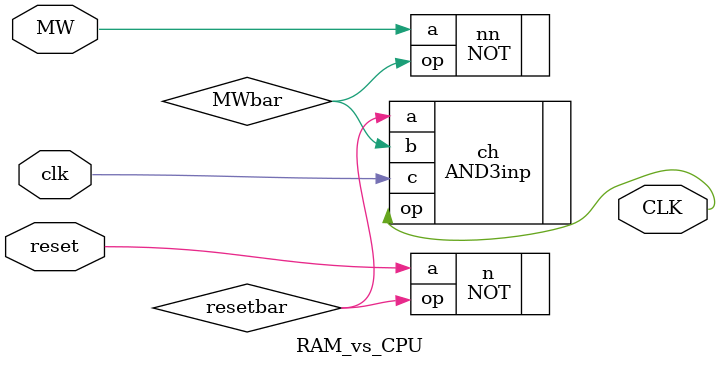
<source format=v>
`timescale 1ns / 1ps

module RAM_vs_CPU(
    input clk,reset,MW,
    
    output CLK
    );
    wire resetbar, MWbar;
    NOT n(.a(reset), .op(resetbar));
    NOT nn(.a(MW), .op(MWbar));
    AND3inp ch(.a(resetbar), .b(MWbar), .c(clk), .op(CLK));
endmodule

</source>
